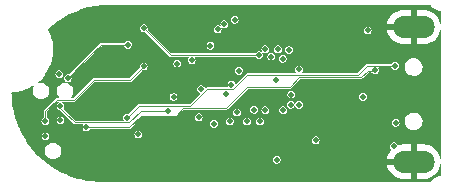
<source format=gbr>
%TF.GenerationSoftware,KiCad,Pcbnew,7.0.7*%
%TF.CreationDate,2024-01-11T13:54:05+01:00*%
%TF.ProjectId,ovrdrive,6f767264-7269-4766-952e-6b696361645f,rev?*%
%TF.SameCoordinates,Original*%
%TF.FileFunction,Copper,L3,Inr*%
%TF.FilePolarity,Positive*%
%FSLAX46Y46*%
G04 Gerber Fmt 4.6, Leading zero omitted, Abs format (unit mm)*
G04 Created by KiCad (PCBNEW 7.0.7) date 2024-01-11 13:54:05*
%MOMM*%
%LPD*%
G01*
G04 APERTURE LIST*
%TA.AperFunction,ComponentPad*%
%ADD10O,3.500000X1.900000*%
%TD*%
%TA.AperFunction,ViaPad*%
%ADD11C,0.460000*%
%TD*%
%TA.AperFunction,Conductor*%
%ADD12C,0.100000*%
%TD*%
G04 APERTURE END LIST*
D10*
%TO.N,GND*%
%TO.C,J1*%
X142100000Y-98500000D03*
X142100000Y-109900000D03*
%TD*%
D11*
%TO.N,+1V8*%
X131750000Y-104220000D03*
X127300000Y-102200000D03*
X128600000Y-105500000D03*
X131000000Y-101200000D03*
%TO.N,/SCK*%
X112200000Y-106400000D03*
X112100000Y-102500000D03*
%TO.N,/MOSI*%
X110930000Y-106470000D03*
X119243348Y-101843348D03*
%TO.N,/~{RST}*%
X112200000Y-105200000D03*
X121283771Y-105600000D03*
%TO.N,/INHIBIT*%
X117900000Y-100000000D03*
X112800000Y-102829500D03*
%TO.N,Net-(JP1-B)*%
X130500000Y-109750000D03*
%TO.N,/RB1*%
X131550000Y-100450000D03*
%TO.N,/RB0*%
X130050000Y-101010000D03*
%TO.N,/~{CE1}*%
X130450000Y-102950000D03*
%TO.N,/DQS*%
X129550000Y-105540500D03*
%TO.N,Net-(U2A-~{CE})*%
X122100000Y-101600000D03*
%TO.N,/~{CE3}*%
X131050000Y-105540500D03*
%TO.N,/~{CE2}*%
X131700000Y-105100000D03*
%TO.N,/~{RE}*%
X129550000Y-100400000D03*
%TO.N,/~{CE}*%
X119250000Y-98600000D03*
X128991864Y-100879856D03*
%TO.N,/~{WP}*%
X123900000Y-106150000D03*
%TO.N,/~{WE}*%
X125200000Y-106700000D03*
%TO.N,/ALE*%
X126550000Y-106500000D03*
%TO.N,/CLE*%
X127150000Y-105740500D03*
%TO.N,+3.3V*%
X128000000Y-106500000D03*
X130600000Y-100400000D03*
X140570500Y-106600000D03*
X132400000Y-102100000D03*
X129100000Y-106500000D03*
X123300000Y-101304500D03*
X132400000Y-105100000D03*
%TO.N,GND*%
X108900000Y-105600000D03*
X139600000Y-97400000D03*
X119800000Y-106500000D03*
X117600000Y-109800000D03*
X118200000Y-98400000D03*
X143600000Y-106600000D03*
X132350000Y-101200000D03*
X136500000Y-108600000D03*
X110200000Y-106000000D03*
X133000000Y-99000000D03*
X114600000Y-99200000D03*
X132500000Y-109000000D03*
X139750000Y-110950000D03*
X114100000Y-107900000D03*
X143600000Y-100400000D03*
X126950000Y-97150000D03*
X122550000Y-105950000D03*
X135500000Y-97050000D03*
X119900000Y-101300000D03*
X126400000Y-100400000D03*
X113030000Y-107950000D03*
X113350000Y-109800000D03*
X122100000Y-99400000D03*
X131000000Y-110600000D03*
X124600000Y-107400000D03*
X126300000Y-110800000D03*
X137000000Y-100400000D03*
X117600000Y-103800000D03*
%TO.N,+5V*%
X110930000Y-107740000D03*
X138200000Y-98800000D03*
X118800000Y-107600000D03*
X133800000Y-108095500D03*
%TO.N,/FD7*%
X126950000Y-97900000D03*
%TO.N,/FD6*%
X126072701Y-98279500D03*
%TO.N,/FD5*%
X125500000Y-98700000D03*
%TO.N,/FD4*%
X124900000Y-100100000D03*
%TO.N,/FD3*%
X126677375Y-103384648D03*
%TO.N,/FD2*%
X124104500Y-103764148D03*
%TO.N,/FD1*%
X121770207Y-104429793D03*
%TO.N,/FD0*%
X126204500Y-104150000D03*
%TO.N,VMEM*%
X140400000Y-108600000D03*
X137800000Y-104400000D03*
%TO.N,/IN1*%
X140520500Y-101800000D03*
X117845500Y-106200000D03*
%TO.N,/IN2*%
X138825627Y-102157685D03*
X114400000Y-107000000D03*
%TD*%
D12*
%TO.N,/MOSI*%
X110740000Y-106470000D02*
X110930000Y-106470000D01*
X110930000Y-106470000D02*
X110930000Y-105607402D01*
X119243348Y-101843348D02*
X118086696Y-103000000D01*
X115000000Y-103000000D02*
X116400000Y-103000000D01*
X111862102Y-104675300D02*
X113324700Y-104675300D01*
X110930000Y-105607402D02*
X111862102Y-104675300D01*
X113324700Y-104675300D02*
X115000000Y-103000000D01*
X118086696Y-103000000D02*
X116400000Y-103000000D01*
%TO.N,/~{RST}*%
X112605000Y-105795000D02*
X112070000Y-105260000D01*
X118982902Y-105600000D02*
X118002902Y-106580000D01*
X113390000Y-106580000D02*
X112605000Y-105795000D01*
X112200000Y-105390000D02*
X112200000Y-105200000D01*
X112605000Y-105795000D02*
X112200000Y-105390000D01*
X118002902Y-106580000D02*
X113390000Y-106580000D01*
X121283771Y-105600000D02*
X118982902Y-105600000D01*
%TO.N,/INHIBIT*%
X112800000Y-102800000D02*
X114700000Y-100900000D01*
X117900000Y-100000000D02*
X115600000Y-100000000D01*
X112800000Y-102829500D02*
X112800000Y-102800000D01*
X115600000Y-100000000D02*
X114700000Y-100900000D01*
%TO.N,/~{CE}*%
X121529856Y-100879856D02*
X119250000Y-98600000D01*
X128991864Y-100879856D02*
X121529856Y-100879856D01*
%TO.N,/IN1*%
X117845500Y-106200000D02*
X118845500Y-105200000D01*
X123207050Y-105200000D02*
X119800000Y-105200000D01*
X124642402Y-103764648D02*
X123207050Y-105200000D01*
X138000000Y-101950000D02*
X137380000Y-102570000D01*
X138150000Y-101800000D02*
X138172315Y-101777685D01*
X140498185Y-101777685D02*
X140520500Y-101800000D01*
X139577685Y-101777685D02*
X140498185Y-101777685D01*
X137380000Y-102570000D02*
X128029425Y-102570000D01*
X138000000Y-101950000D02*
X138150000Y-101800000D01*
X138172315Y-101777685D02*
X139577685Y-101777685D01*
X126834777Y-103764648D02*
X124642402Y-103764648D01*
X128029425Y-102570000D02*
X126834777Y-103764648D01*
X118845500Y-105200000D02*
X119800000Y-105200000D01*
%TO.N,/IN2*%
X132430000Y-102770000D02*
X137630000Y-102770000D01*
X114400000Y-107000000D02*
X118000000Y-107000000D01*
X137630000Y-102770000D02*
X138200000Y-102200000D01*
X118000000Y-107000000D02*
X119000000Y-106000000D01*
X126200000Y-105400000D02*
X128000000Y-103600000D01*
X121962598Y-106000000D02*
X122562598Y-105400000D01*
X131600000Y-103600000D02*
X132430000Y-102770000D01*
X128000000Y-103600000D02*
X131600000Y-103600000D01*
X122562598Y-105400000D02*
X126200000Y-105400000D01*
X138783312Y-102200000D02*
X138825627Y-102157685D01*
X138200000Y-102200000D02*
X138783312Y-102200000D01*
X119000000Y-106000000D02*
X121962598Y-106000000D01*
%TD*%
%TA.AperFunction,Conductor*%
%TO.N,GND*%
G36*
X143496587Y-96638571D02*
G01*
X143498948Y-96641105D01*
X143534545Y-96682142D01*
X143557533Y-96708643D01*
X143725459Y-96856897D01*
X143794975Y-96903538D01*
X143911470Y-96981700D01*
X144112322Y-97080875D01*
X144324501Y-97152687D01*
X144394379Y-97166368D01*
X144425623Y-97187109D01*
X144433963Y-97214455D01*
X144433963Y-98243065D01*
X144419611Y-98277713D01*
X144384963Y-98292065D01*
X144350315Y-98277713D01*
X144336631Y-98251130D01*
X144318229Y-98140853D01*
X144239774Y-97912323D01*
X144239770Y-97912313D01*
X144124777Y-97699825D01*
X144124768Y-97699811D01*
X143976364Y-97509141D01*
X143798588Y-97345488D01*
X143596313Y-97213335D01*
X143596307Y-97213331D01*
X143375036Y-97116273D01*
X143375037Y-97116273D01*
X143140801Y-97056956D01*
X142960303Y-97042000D01*
X142354000Y-97042000D01*
X142354000Y-98001000D01*
X142339648Y-98035648D01*
X142305000Y-98050000D01*
X141895000Y-98050000D01*
X141860352Y-98035648D01*
X141846000Y-98001000D01*
X141846000Y-97042000D01*
X141239697Y-97042000D01*
X141059198Y-97056956D01*
X140824963Y-97116273D01*
X140603692Y-97213331D01*
X140603686Y-97213335D01*
X140401411Y-97345488D01*
X140223635Y-97509141D01*
X140075231Y-97699811D01*
X140075222Y-97699825D01*
X139960229Y-97912313D01*
X139960225Y-97912323D01*
X139881770Y-98140853D01*
X139864225Y-98246000D01*
X140842162Y-98246000D01*
X140876810Y-98260352D01*
X140891162Y-98295000D01*
X140884597Y-98319497D01*
X140877371Y-98332013D01*
X140876376Y-98333738D01*
X140876374Y-98333744D01*
X140846190Y-98465988D01*
X140846190Y-98465991D01*
X140846190Y-98465992D01*
X140847561Y-98484282D01*
X140856326Y-98601260D01*
X140856326Y-98601262D01*
X140856327Y-98601265D01*
X140890014Y-98687099D01*
X140889314Y-98724594D01*
X140862304Y-98750613D01*
X140844402Y-98754000D01*
X139864225Y-98754000D01*
X139881770Y-98859146D01*
X139960225Y-99087676D01*
X139960229Y-99087686D01*
X140075222Y-99300174D01*
X140075231Y-99300188D01*
X140223635Y-99490858D01*
X140401411Y-99654511D01*
X140603686Y-99786664D01*
X140603692Y-99786668D01*
X140824963Y-99883726D01*
X140824962Y-99883726D01*
X141059198Y-99943043D01*
X141239697Y-99958000D01*
X141846000Y-99958000D01*
X141846000Y-98999000D01*
X141860352Y-98964352D01*
X141895000Y-98950000D01*
X142305000Y-98950000D01*
X142339648Y-98964352D01*
X142354000Y-98999000D01*
X142354000Y-99958000D01*
X142960303Y-99958000D01*
X143140801Y-99943043D01*
X143375036Y-99883726D01*
X143596307Y-99786668D01*
X143596313Y-99786664D01*
X143798588Y-99654511D01*
X143976364Y-99490858D01*
X144124768Y-99300188D01*
X144124777Y-99300174D01*
X144239770Y-99087686D01*
X144239774Y-99087676D01*
X144318229Y-98859146D01*
X144336631Y-98748869D01*
X144356490Y-98717056D01*
X144393028Y-98708602D01*
X144424841Y-98728461D01*
X144433963Y-98756934D01*
X144433963Y-109643065D01*
X144419611Y-109677713D01*
X144384963Y-109692065D01*
X144350315Y-109677713D01*
X144336631Y-109651130D01*
X144318229Y-109540853D01*
X144239774Y-109312323D01*
X144239770Y-109312313D01*
X144124777Y-109099825D01*
X144124768Y-109099811D01*
X143976364Y-108909141D01*
X143798588Y-108745488D01*
X143596313Y-108613335D01*
X143596307Y-108613331D01*
X143375036Y-108516273D01*
X143375037Y-108516273D01*
X143140801Y-108456956D01*
X142960303Y-108442000D01*
X142354000Y-108442000D01*
X142354000Y-109401000D01*
X142339648Y-109435648D01*
X142305000Y-109450000D01*
X141895000Y-109450000D01*
X141860352Y-109435648D01*
X141846000Y-109401000D01*
X141846000Y-108442000D01*
X141239697Y-108442000D01*
X141059198Y-108456956D01*
X140824962Y-108516273D01*
X140824958Y-108516274D01*
X140785418Y-108533618D01*
X140747923Y-108534393D01*
X140720863Y-108508427D01*
X140717482Y-108497260D01*
X140715359Y-108485219D01*
X140680608Y-108425029D01*
X140657084Y-108384283D01*
X140657082Y-108384280D01*
X140567799Y-108309364D01*
X140567797Y-108309363D01*
X140458276Y-108269500D01*
X140341724Y-108269500D01*
X140232202Y-108309363D01*
X140232200Y-108309364D01*
X140142917Y-108384280D01*
X140142915Y-108384283D01*
X140084641Y-108485216D01*
X140064402Y-108600000D01*
X140084641Y-108714783D01*
X140142915Y-108815716D01*
X140142917Y-108815719D01*
X140199551Y-108863240D01*
X140216868Y-108896505D01*
X140206722Y-108930872D01*
X140075231Y-109099811D01*
X140075222Y-109099825D01*
X139960229Y-109312313D01*
X139960225Y-109312323D01*
X139881770Y-109540853D01*
X139864225Y-109646000D01*
X140842162Y-109646000D01*
X140876810Y-109660352D01*
X140891162Y-109695000D01*
X140884597Y-109719497D01*
X140877371Y-109732013D01*
X140876376Y-109733738D01*
X140876374Y-109733744D01*
X140846190Y-109865988D01*
X140846190Y-109865991D01*
X140846190Y-109865992D01*
X140849474Y-109909820D01*
X140856326Y-110001260D01*
X140856326Y-110001262D01*
X140856327Y-110001265D01*
X140890014Y-110087099D01*
X140889314Y-110124594D01*
X140862304Y-110150613D01*
X140844402Y-110154000D01*
X139864225Y-110154000D01*
X139881770Y-110259146D01*
X139960225Y-110487676D01*
X139960229Y-110487686D01*
X140075222Y-110700174D01*
X140075231Y-110700188D01*
X140223635Y-110890858D01*
X140401411Y-111054511D01*
X140603686Y-111186664D01*
X140603692Y-111186668D01*
X140824963Y-111283726D01*
X140824962Y-111283726D01*
X141059198Y-111343043D01*
X141239697Y-111358000D01*
X141846000Y-111358000D01*
X141846000Y-110399000D01*
X141860352Y-110364352D01*
X141895000Y-110350000D01*
X142305000Y-110350000D01*
X142339648Y-110364352D01*
X142354000Y-110399000D01*
X142354000Y-111358000D01*
X142960303Y-111358000D01*
X143140801Y-111343043D01*
X143375036Y-111283726D01*
X143596307Y-111186668D01*
X143596313Y-111186664D01*
X143798588Y-111054511D01*
X143976364Y-110890858D01*
X144124768Y-110700188D01*
X144124777Y-110700174D01*
X144239770Y-110487686D01*
X144239774Y-110487676D01*
X144318229Y-110259146D01*
X144336631Y-110148869D01*
X144356490Y-110117056D01*
X144393028Y-110108602D01*
X144424841Y-110128461D01*
X144433963Y-110156934D01*
X144433963Y-111032991D01*
X144419611Y-111067639D01*
X144394378Y-111081078D01*
X144324505Y-111094758D01*
X144324503Y-111094758D01*
X144324501Y-111094759D01*
X144262504Y-111115741D01*
X144112321Y-111166568D01*
X143920811Y-111261128D01*
X143911472Y-111265739D01*
X143773957Y-111358000D01*
X143725451Y-111390543D01*
X143557531Y-111538785D01*
X143498939Y-111606328D01*
X143465393Y-111623096D01*
X143461925Y-111623219D01*
X115820682Y-111623219D01*
X115820286Y-111623055D01*
X115800049Y-111623218D01*
X115492131Y-111615139D01*
X115270947Y-111608975D01*
X115269320Y-111608876D01*
X114987240Y-111582172D01*
X114736744Y-111557283D01*
X114735201Y-111557080D01*
X114459219Y-111511823D01*
X114207508Y-111468541D01*
X114206058Y-111468246D01*
X113935205Y-111404631D01*
X113685747Y-111343178D01*
X113684394Y-111342803D01*
X113443322Y-111268536D01*
X113419271Y-111261127D01*
X113174004Y-111181806D01*
X113172752Y-111181363D01*
X112914266Y-111081998D01*
X112674786Y-110985224D01*
X112673637Y-110984726D01*
X112422787Y-110868114D01*
X112190451Y-110754364D01*
X112189408Y-110753822D01*
X111947278Y-110620506D01*
X111902046Y-110594214D01*
X111723372Y-110490356D01*
X111722474Y-110489806D01*
X111490068Y-110340363D01*
X111275454Y-110194234D01*
X111122572Y-110080500D01*
X111053423Y-110029058D01*
X110973313Y-109965716D01*
X110849692Y-109867970D01*
X110768776Y-109798735D01*
X110711819Y-109750000D01*
X130164402Y-109750000D01*
X130184641Y-109864783D01*
X130242915Y-109965716D01*
X130242917Y-109965719D01*
X130285280Y-110001265D01*
X130332201Y-110040636D01*
X130441724Y-110080500D01*
X130558276Y-110080500D01*
X130667799Y-110040636D01*
X130757083Y-109965718D01*
X130815359Y-109864781D01*
X130835598Y-109750000D01*
X130815359Y-109635219D01*
X130815358Y-109635217D01*
X130815358Y-109635216D01*
X130757084Y-109534283D01*
X130757082Y-109534280D01*
X130667799Y-109459364D01*
X130667797Y-109459363D01*
X130558276Y-109419500D01*
X130441724Y-109419500D01*
X130332202Y-109459363D01*
X130332200Y-109459364D01*
X130242917Y-109534280D01*
X130242915Y-109534283D01*
X130184641Y-109635216D01*
X130164402Y-109750000D01*
X110711819Y-109750000D01*
X110639454Y-109688081D01*
X110471506Y-109534640D01*
X110447680Y-109512872D01*
X110333665Y-109401000D01*
X110250222Y-109319126D01*
X110162183Y-109226359D01*
X110071380Y-109130680D01*
X110039201Y-109094485D01*
X110869200Y-109094485D01*
X110889418Y-109176515D01*
X110909638Y-109258547D01*
X110988155Y-109408150D01*
X110988157Y-109408154D01*
X110988162Y-109408162D01*
X111033522Y-109459363D01*
X111100207Y-109534636D01*
X111100212Y-109534640D01*
X111239269Y-109630624D01*
X111239268Y-109630624D01*
X111239271Y-109630625D01*
X111397261Y-109690543D01*
X111522915Y-109705800D01*
X111522919Y-109705800D01*
X111607081Y-109705800D01*
X111607085Y-109705800D01*
X111732739Y-109690543D01*
X111890729Y-109630625D01*
X112029789Y-109534639D01*
X112030105Y-109534283D01*
X112049073Y-109512872D01*
X112141838Y-109408162D01*
X112220362Y-109258546D01*
X112260800Y-109094485D01*
X112260800Y-108925515D01*
X112220362Y-108761454D01*
X112220361Y-108761452D01*
X112141844Y-108611849D01*
X112141843Y-108611847D01*
X112141838Y-108611838D01*
X112057175Y-108516273D01*
X112029792Y-108485363D01*
X112029787Y-108485359D01*
X111890730Y-108389375D01*
X111890731Y-108389375D01*
X111732740Y-108329457D01*
X111707608Y-108326405D01*
X111607085Y-108314200D01*
X111522915Y-108314200D01*
X111439145Y-108324371D01*
X111397259Y-108329457D01*
X111239269Y-108389375D01*
X111100212Y-108485359D01*
X111100207Y-108485363D01*
X110998650Y-108600000D01*
X110988162Y-108611838D01*
X110988160Y-108611841D01*
X110988155Y-108611849D01*
X110909638Y-108761452D01*
X110877797Y-108890636D01*
X110869200Y-108925515D01*
X110869200Y-109094485D01*
X110039201Y-109094485D01*
X109887565Y-108923925D01*
X109722635Y-108723279D01*
X109553266Y-108504407D01*
X109403108Y-108292626D01*
X109271000Y-108095499D01*
X133464402Y-108095499D01*
X133484641Y-108210283D01*
X133542915Y-108311216D01*
X133542917Y-108311219D01*
X133564653Y-108329457D01*
X133632201Y-108386136D01*
X133741724Y-108426000D01*
X133858276Y-108426000D01*
X133967799Y-108386136D01*
X134057083Y-108311218D01*
X134115359Y-108210281D01*
X134135598Y-108095500D01*
X134115359Y-107980719D01*
X134115358Y-107980717D01*
X134115358Y-107980716D01*
X134057084Y-107879783D01*
X134057082Y-107879780D01*
X133967799Y-107804864D01*
X133967797Y-107804863D01*
X133858276Y-107765000D01*
X133741724Y-107765000D01*
X133632202Y-107804863D01*
X133632200Y-107804864D01*
X133542917Y-107879780D01*
X133542915Y-107879783D01*
X133484641Y-107980716D01*
X133464402Y-108095499D01*
X109271000Y-108095499D01*
X109249276Y-108063084D01*
X109248684Y-108062156D01*
X109168777Y-107930500D01*
X109114338Y-107840806D01*
X109070705Y-107765000D01*
X109056315Y-107740000D01*
X110594402Y-107740000D01*
X110614641Y-107854783D01*
X110672915Y-107955716D01*
X110672917Y-107955719D01*
X110749825Y-108020251D01*
X110762201Y-108030636D01*
X110871724Y-108070500D01*
X110988276Y-108070500D01*
X111097799Y-108030636D01*
X111187083Y-107955718D01*
X111245359Y-107854781D01*
X111265598Y-107740000D01*
X111245359Y-107625219D01*
X111245358Y-107625217D01*
X111245358Y-107625216D01*
X111230799Y-107600000D01*
X118464402Y-107600000D01*
X118484641Y-107714783D01*
X118542915Y-107815716D01*
X118542917Y-107815719D01*
X118619263Y-107879780D01*
X118632201Y-107890636D01*
X118741724Y-107930500D01*
X118858276Y-107930500D01*
X118967799Y-107890636D01*
X119057083Y-107815718D01*
X119115359Y-107714781D01*
X119135598Y-107600000D01*
X119115359Y-107485219D01*
X119115358Y-107485217D01*
X119115358Y-107485216D01*
X119057084Y-107384283D01*
X119057082Y-107384280D01*
X118967799Y-107309364D01*
X118967797Y-107309363D01*
X118858276Y-107269500D01*
X118741724Y-107269500D01*
X118632202Y-107309363D01*
X118632200Y-107309364D01*
X118542917Y-107384280D01*
X118542915Y-107384283D01*
X118484641Y-107485216D01*
X118464402Y-107600000D01*
X111230799Y-107600000D01*
X111187084Y-107524283D01*
X111187082Y-107524280D01*
X111097799Y-107449364D01*
X111097797Y-107449363D01*
X110988276Y-107409500D01*
X110871724Y-107409500D01*
X110762202Y-107449363D01*
X110762200Y-107449364D01*
X110672917Y-107524280D01*
X110672915Y-107524283D01*
X110614641Y-107625216D01*
X110594402Y-107740000D01*
X109056315Y-107740000D01*
X108976430Y-107601209D01*
X108975893Y-107600221D01*
X108857762Y-107370095D01*
X108736400Y-107121477D01*
X108735899Y-107120382D01*
X108637949Y-106890635D01*
X108634580Y-106882733D01*
X108584965Y-106760635D01*
X108530320Y-106626158D01*
X108529881Y-106624988D01*
X108476490Y-106470001D01*
X110584191Y-106470001D01*
X110605064Y-106547903D01*
X110605172Y-106548090D01*
X110610989Y-106564076D01*
X110614640Y-106584780D01*
X110614641Y-106584783D01*
X110672915Y-106685716D01*
X110672917Y-106685719D01*
X110726286Y-106730500D01*
X110762201Y-106760636D01*
X110871724Y-106800500D01*
X110988276Y-106800500D01*
X111097799Y-106760636D01*
X111187083Y-106685718D01*
X111221455Y-106626184D01*
X111245358Y-106584783D01*
X111245358Y-106584782D01*
X111245359Y-106584781D01*
X111265598Y-106470000D01*
X111253255Y-106400000D01*
X111864402Y-106400000D01*
X111884641Y-106514783D01*
X111942915Y-106615716D01*
X111942917Y-106615719D01*
X111961384Y-106631214D01*
X112032201Y-106690636D01*
X112141724Y-106730500D01*
X112258276Y-106730500D01*
X112367799Y-106690636D01*
X112457083Y-106615718D01*
X112515359Y-106514781D01*
X112535598Y-106400000D01*
X112515359Y-106285219D01*
X112515358Y-106285217D01*
X112515358Y-106285216D01*
X112457084Y-106184283D01*
X112457082Y-106184280D01*
X112367799Y-106109364D01*
X112367797Y-106109363D01*
X112258276Y-106069500D01*
X112141724Y-106069500D01*
X112032202Y-106109363D01*
X112032200Y-106109364D01*
X111942917Y-106184280D01*
X111942915Y-106184283D01*
X111884641Y-106285216D01*
X111864402Y-106400000D01*
X111253255Y-106400000D01*
X111245359Y-106355219D01*
X111245358Y-106355217D01*
X111245358Y-106355216D01*
X111187084Y-106254283D01*
X111187082Y-106254280D01*
X111098003Y-106179534D01*
X111080686Y-106146269D01*
X111080500Y-106141998D01*
X111080500Y-105690037D01*
X111094852Y-105655389D01*
X111910089Y-104840152D01*
X111944737Y-104825800D01*
X111997162Y-104825800D01*
X112031810Y-104840152D01*
X112046162Y-104874800D01*
X112031810Y-104909448D01*
X112028658Y-104912336D01*
X111942919Y-104984278D01*
X111942915Y-104984283D01*
X111884641Y-105085216D01*
X111864402Y-105200000D01*
X111884641Y-105314783D01*
X111942915Y-105415716D01*
X111942917Y-105415719D01*
X112010548Y-105472467D01*
X112032201Y-105490636D01*
X112109405Y-105518736D01*
X112127292Y-105530132D01*
X112128986Y-105531826D01*
X112128988Y-105531827D01*
X112484570Y-105887409D01*
X113255065Y-106657904D01*
X113312096Y-106714935D01*
X113325678Y-106718573D01*
X113337491Y-106723466D01*
X113349673Y-106730500D01*
X113430327Y-106730501D01*
X113430329Y-106730500D01*
X114089097Y-106730500D01*
X114123745Y-106744852D01*
X114138097Y-106779500D01*
X114131532Y-106804000D01*
X114084641Y-106885216D01*
X114064402Y-107000000D01*
X114084641Y-107114783D01*
X114142915Y-107215716D01*
X114142917Y-107215719D01*
X114207012Y-107269500D01*
X114232201Y-107290636D01*
X114341724Y-107330500D01*
X114458276Y-107330500D01*
X114567799Y-107290636D01*
X114657083Y-107215718D01*
X114680591Y-107175000D01*
X114710345Y-107152170D01*
X114723027Y-107150500D01*
X118040327Y-107150500D01*
X118052501Y-107143469D01*
X118064319Y-107138574D01*
X118077904Y-107134935D01*
X118134935Y-107077905D01*
X118134935Y-107077903D01*
X118141824Y-107071015D01*
X118141826Y-107071011D01*
X118512837Y-106700000D01*
X124864402Y-106700000D01*
X124884641Y-106814783D01*
X124942915Y-106915716D01*
X124942917Y-106915719D01*
X124985224Y-106951218D01*
X125032201Y-106990636D01*
X125141724Y-107030500D01*
X125258276Y-107030500D01*
X125367799Y-106990636D01*
X125457083Y-106915718D01*
X125510391Y-106823386D01*
X125515358Y-106814783D01*
X125515358Y-106814782D01*
X125515359Y-106814781D01*
X125535598Y-106700000D01*
X125515359Y-106585219D01*
X125515358Y-106585217D01*
X125515358Y-106585216D01*
X125466158Y-106500000D01*
X126214402Y-106500000D01*
X126234641Y-106614783D01*
X126292915Y-106715716D01*
X126292917Y-106715719D01*
X126368930Y-106779500D01*
X126382201Y-106790636D01*
X126491724Y-106830500D01*
X126608276Y-106830500D01*
X126717799Y-106790636D01*
X126807083Y-106715718D01*
X126840462Y-106657904D01*
X126865358Y-106614783D01*
X126865358Y-106614782D01*
X126865359Y-106614781D01*
X126885598Y-106500000D01*
X127664402Y-106500000D01*
X127684641Y-106614783D01*
X127742915Y-106715716D01*
X127742917Y-106715719D01*
X127818930Y-106779500D01*
X127832201Y-106790636D01*
X127941724Y-106830500D01*
X128058276Y-106830500D01*
X128167799Y-106790636D01*
X128257083Y-106715718D01*
X128290462Y-106657904D01*
X128315358Y-106614783D01*
X128315358Y-106614782D01*
X128315359Y-106614781D01*
X128335598Y-106500000D01*
X128764402Y-106500000D01*
X128784641Y-106614783D01*
X128842915Y-106715716D01*
X128842917Y-106715719D01*
X128918930Y-106779500D01*
X128932201Y-106790636D01*
X129041724Y-106830500D01*
X129158276Y-106830500D01*
X129267799Y-106790636D01*
X129357083Y-106715718D01*
X129390462Y-106657904D01*
X129415358Y-106614783D01*
X129415358Y-106614782D01*
X129415359Y-106614781D01*
X129417965Y-106600000D01*
X140234902Y-106600000D01*
X140255141Y-106714783D01*
X140313415Y-106815716D01*
X140313417Y-106815719D01*
X140387408Y-106877804D01*
X140402701Y-106890636D01*
X140512224Y-106930500D01*
X140628776Y-106930500D01*
X140738299Y-106890636D01*
X140827583Y-106815718D01*
X140884745Y-106716710D01*
X140885858Y-106714783D01*
X140885858Y-106714782D01*
X140885859Y-106714781D01*
X140906098Y-106600000D01*
X140896212Y-106543935D01*
X141345669Y-106543935D01*
X141376135Y-106716711D01*
X141425218Y-106830500D01*
X141445624Y-106877806D01*
X141529623Y-106990635D01*
X141550390Y-107018530D01*
X141684786Y-107131302D01*
X141841567Y-107210040D01*
X142012279Y-107250500D01*
X142012280Y-107250500D01*
X142143705Y-107250500D01*
X142143709Y-107250500D01*
X142274255Y-107235241D01*
X142439117Y-107175237D01*
X142585696Y-107078830D01*
X142706092Y-106951218D01*
X142793812Y-106799281D01*
X142844130Y-106631210D01*
X142854331Y-106456065D01*
X142823865Y-106283289D01*
X142754377Y-106122196D01*
X142751042Y-106117717D01*
X142689625Y-106035219D01*
X142649610Y-105981470D01*
X142577747Y-105921170D01*
X142515214Y-105868698D01*
X142358434Y-105789960D01*
X142358432Y-105789959D01*
X142216066Y-105756218D01*
X142187721Y-105749500D01*
X142056291Y-105749500D01*
X141969260Y-105759672D01*
X141925743Y-105764759D01*
X141925742Y-105764760D01*
X141760883Y-105824762D01*
X141614305Y-105921169D01*
X141614299Y-105921173D01*
X141493912Y-106048776D01*
X141493907Y-106048783D01*
X141406189Y-106200716D01*
X141406185Y-106200725D01*
X141355871Y-106368785D01*
X141355869Y-106368792D01*
X141348228Y-106500000D01*
X141345669Y-106543935D01*
X140896212Y-106543935D01*
X140885859Y-106485219D01*
X140885858Y-106485217D01*
X140885858Y-106485216D01*
X140827584Y-106384283D01*
X140827582Y-106384280D01*
X140738299Y-106309364D01*
X140738297Y-106309363D01*
X140628776Y-106269500D01*
X140512224Y-106269500D01*
X140402702Y-106309363D01*
X140402700Y-106309364D01*
X140313417Y-106384280D01*
X140313415Y-106384283D01*
X140255141Y-106485216D01*
X140234902Y-106600000D01*
X129417965Y-106600000D01*
X129435598Y-106500000D01*
X129415359Y-106385219D01*
X129415358Y-106385217D01*
X129415358Y-106385216D01*
X129357084Y-106284283D01*
X129357082Y-106284280D01*
X129267799Y-106209364D01*
X129267797Y-106209363D01*
X129158276Y-106169500D01*
X129041724Y-106169500D01*
X128932202Y-106209363D01*
X128932200Y-106209364D01*
X128842917Y-106284280D01*
X128842915Y-106284283D01*
X128784641Y-106385216D01*
X128764402Y-106500000D01*
X128335598Y-106500000D01*
X128315359Y-106385219D01*
X128315358Y-106385217D01*
X128315358Y-106385216D01*
X128257084Y-106284283D01*
X128257082Y-106284280D01*
X128167799Y-106209364D01*
X128167797Y-106209363D01*
X128058276Y-106169500D01*
X127941724Y-106169500D01*
X127832202Y-106209363D01*
X127832200Y-106209364D01*
X127742917Y-106284280D01*
X127742915Y-106284283D01*
X127684641Y-106385216D01*
X127664402Y-106500000D01*
X126885598Y-106500000D01*
X126865359Y-106385219D01*
X126865358Y-106385217D01*
X126865358Y-106385216D01*
X126807084Y-106284283D01*
X126807082Y-106284280D01*
X126717799Y-106209364D01*
X126717797Y-106209363D01*
X126608276Y-106169500D01*
X126491724Y-106169500D01*
X126382202Y-106209363D01*
X126382200Y-106209364D01*
X126292917Y-106284280D01*
X126292915Y-106284283D01*
X126234641Y-106385216D01*
X126214402Y-106500000D01*
X125466158Y-106500000D01*
X125457084Y-106484283D01*
X125457082Y-106484280D01*
X125367799Y-106409364D01*
X125367797Y-106409363D01*
X125258276Y-106369500D01*
X125141724Y-106369500D01*
X125032202Y-106409363D01*
X125032200Y-106409364D01*
X124942917Y-106484280D01*
X124942915Y-106484283D01*
X124884641Y-106585216D01*
X124864402Y-106700000D01*
X118512837Y-106700000D01*
X119047986Y-106164852D01*
X119082635Y-106150500D01*
X122002925Y-106150500D01*
X122003791Y-106150000D01*
X123564402Y-106150000D01*
X123584641Y-106264783D01*
X123642915Y-106365716D01*
X123642917Y-106365719D01*
X123702505Y-106415718D01*
X123732201Y-106440636D01*
X123841724Y-106480500D01*
X123958276Y-106480500D01*
X124067799Y-106440636D01*
X124157083Y-106365718D01*
X124204673Y-106283289D01*
X124215358Y-106264783D01*
X124215358Y-106264782D01*
X124215359Y-106264781D01*
X124235598Y-106150000D01*
X124215359Y-106035219D01*
X124215358Y-106035217D01*
X124215358Y-106035216D01*
X124157084Y-105934283D01*
X124157082Y-105934280D01*
X124067799Y-105859364D01*
X124067797Y-105859363D01*
X123958276Y-105819500D01*
X123841724Y-105819500D01*
X123732202Y-105859363D01*
X123732200Y-105859364D01*
X123642917Y-105934280D01*
X123642915Y-105934283D01*
X123584641Y-106035216D01*
X123564402Y-106150000D01*
X122003791Y-106150000D01*
X122015099Y-106143469D01*
X122026917Y-106138574D01*
X122040502Y-106134935D01*
X122097533Y-106077905D01*
X122097533Y-106077903D01*
X122104422Y-106071015D01*
X122104424Y-106071011D01*
X122434936Y-105740500D01*
X126814402Y-105740500D01*
X126834641Y-105855283D01*
X126892915Y-105956216D01*
X126892917Y-105956219D01*
X126969825Y-106020751D01*
X126982201Y-106031136D01*
X127091724Y-106071000D01*
X127208276Y-106071000D01*
X127317799Y-106031136D01*
X127407083Y-105956218D01*
X127457613Y-105868698D01*
X127465358Y-105855283D01*
X127465358Y-105855282D01*
X127465359Y-105855281D01*
X127485598Y-105740500D01*
X127465359Y-105625719D01*
X127465358Y-105625717D01*
X127465358Y-105625716D01*
X127407084Y-105524783D01*
X127407082Y-105524780D01*
X127377550Y-105500000D01*
X128264402Y-105500000D01*
X128284641Y-105614783D01*
X128342915Y-105715716D01*
X128342917Y-105715719D01*
X128419825Y-105780251D01*
X128432201Y-105790636D01*
X128541724Y-105830500D01*
X128658276Y-105830500D01*
X128767799Y-105790636D01*
X128857083Y-105715718D01*
X128891976Y-105655281D01*
X128915358Y-105614783D01*
X128915358Y-105614782D01*
X128915359Y-105614781D01*
X128928457Y-105540500D01*
X129214402Y-105540500D01*
X129234641Y-105655283D01*
X129292915Y-105756216D01*
X129292917Y-105756219D01*
X129368334Y-105819500D01*
X129382201Y-105831136D01*
X129491724Y-105871000D01*
X129608276Y-105871000D01*
X129717799Y-105831136D01*
X129807083Y-105756218D01*
X129845293Y-105690037D01*
X129865358Y-105655283D01*
X129865358Y-105655282D01*
X129865359Y-105655281D01*
X129885598Y-105540500D01*
X130714402Y-105540500D01*
X130734641Y-105655283D01*
X130792915Y-105756216D01*
X130792917Y-105756219D01*
X130868334Y-105819500D01*
X130882201Y-105831136D01*
X130991724Y-105871000D01*
X131108276Y-105871000D01*
X131217799Y-105831136D01*
X131307083Y-105756218D01*
X131345293Y-105690037D01*
X131365358Y-105655283D01*
X131365358Y-105655282D01*
X131365359Y-105655281D01*
X131385598Y-105540500D01*
X131365359Y-105425719D01*
X131365358Y-105425717D01*
X131365358Y-105425716D01*
X131307084Y-105324783D01*
X131307082Y-105324780D01*
X131217799Y-105249864D01*
X131217797Y-105249863D01*
X131108276Y-105210000D01*
X130991724Y-105210000D01*
X130882202Y-105249863D01*
X130882200Y-105249864D01*
X130792917Y-105324780D01*
X130792915Y-105324783D01*
X130734641Y-105425716D01*
X130714402Y-105540500D01*
X129885598Y-105540500D01*
X129865359Y-105425719D01*
X129865358Y-105425717D01*
X129865358Y-105425716D01*
X129807084Y-105324783D01*
X129807082Y-105324780D01*
X129717799Y-105249864D01*
X129717797Y-105249863D01*
X129608276Y-105210000D01*
X129491724Y-105210000D01*
X129382202Y-105249863D01*
X129382200Y-105249864D01*
X129292917Y-105324780D01*
X129292915Y-105324783D01*
X129234641Y-105425716D01*
X129214402Y-105540500D01*
X128928457Y-105540500D01*
X128935598Y-105500000D01*
X128915359Y-105385219D01*
X128915358Y-105385217D01*
X128915358Y-105385216D01*
X128857084Y-105284283D01*
X128857082Y-105284280D01*
X128767799Y-105209364D01*
X128767797Y-105209363D01*
X128658276Y-105169500D01*
X128541724Y-105169500D01*
X128432202Y-105209363D01*
X128432200Y-105209364D01*
X128342917Y-105284280D01*
X128342915Y-105284283D01*
X128284641Y-105385216D01*
X128264402Y-105500000D01*
X127377550Y-105500000D01*
X127317799Y-105449864D01*
X127317797Y-105449863D01*
X127208276Y-105410000D01*
X127091724Y-105410000D01*
X126982202Y-105449863D01*
X126982200Y-105449864D01*
X126892917Y-105524780D01*
X126892915Y-105524783D01*
X126834641Y-105625716D01*
X126814402Y-105740500D01*
X122434936Y-105740500D01*
X122610584Y-105564852D01*
X122645233Y-105550500D01*
X126240327Y-105550500D01*
X126252501Y-105543469D01*
X126264319Y-105538574D01*
X126277904Y-105534935D01*
X126334935Y-105477905D01*
X126334935Y-105477903D01*
X126341824Y-105471015D01*
X126341826Y-105471011D01*
X126712837Y-105100000D01*
X131364402Y-105100000D01*
X131384641Y-105214783D01*
X131442915Y-105315716D01*
X131442917Y-105315719D01*
X131506579Y-105369137D01*
X131532201Y-105390636D01*
X131641724Y-105430500D01*
X131758276Y-105430500D01*
X131867799Y-105390636D01*
X131957083Y-105315718D01*
X132007565Y-105228280D01*
X132037316Y-105205451D01*
X132074498Y-105210345D01*
X132092434Y-105228281D01*
X132142915Y-105315716D01*
X132142917Y-105315719D01*
X132206579Y-105369137D01*
X132232201Y-105390636D01*
X132341724Y-105430500D01*
X132458276Y-105430500D01*
X132567799Y-105390636D01*
X132657083Y-105315718D01*
X132715359Y-105214781D01*
X132735598Y-105100000D01*
X132715359Y-104985219D01*
X132715358Y-104985217D01*
X132715358Y-104985216D01*
X132657084Y-104884283D01*
X132657082Y-104884280D01*
X132567799Y-104809364D01*
X132567797Y-104809363D01*
X132458276Y-104769500D01*
X132341724Y-104769500D01*
X132232202Y-104809363D01*
X132232200Y-104809364D01*
X132142917Y-104884280D01*
X132142915Y-104884283D01*
X132092434Y-104971718D01*
X132062681Y-104994548D01*
X132025499Y-104989653D01*
X132007564Y-104971718D01*
X131957084Y-104884283D01*
X131957082Y-104884280D01*
X131867799Y-104809364D01*
X131867797Y-104809363D01*
X131758276Y-104769500D01*
X131641724Y-104769500D01*
X131532202Y-104809363D01*
X131532200Y-104809364D01*
X131442917Y-104884280D01*
X131442915Y-104884283D01*
X131384641Y-104985216D01*
X131364402Y-105100000D01*
X126712837Y-105100000D01*
X127592838Y-104220000D01*
X131414402Y-104220000D01*
X131434641Y-104334783D01*
X131492915Y-104435716D01*
X131492917Y-104435719D01*
X131515467Y-104454640D01*
X131582201Y-104510636D01*
X131691724Y-104550500D01*
X131808276Y-104550500D01*
X131917799Y-104510636D01*
X132007083Y-104435718D01*
X132027705Y-104400000D01*
X137464402Y-104400000D01*
X137484641Y-104514783D01*
X137542915Y-104615716D01*
X137542917Y-104615719D01*
X137578424Y-104645512D01*
X137632201Y-104690636D01*
X137741724Y-104730500D01*
X137858276Y-104730500D01*
X137967799Y-104690636D01*
X138057083Y-104615718D01*
X138086221Y-104565249D01*
X138115358Y-104514783D01*
X138115358Y-104514782D01*
X138115359Y-104514781D01*
X138135598Y-104400000D01*
X138115359Y-104285219D01*
X138115358Y-104285217D01*
X138115358Y-104285216D01*
X138057084Y-104184283D01*
X138057082Y-104184280D01*
X137967799Y-104109364D01*
X137967797Y-104109363D01*
X137858276Y-104069500D01*
X137741724Y-104069500D01*
X137632202Y-104109363D01*
X137632200Y-104109364D01*
X137542917Y-104184280D01*
X137542915Y-104184283D01*
X137484641Y-104285216D01*
X137464402Y-104400000D01*
X132027705Y-104400000D01*
X132065359Y-104334781D01*
X132085598Y-104220000D01*
X132065359Y-104105219D01*
X132065358Y-104105217D01*
X132065358Y-104105216D01*
X132007084Y-104004283D01*
X132007082Y-104004280D01*
X131917799Y-103929364D01*
X131917797Y-103929363D01*
X131808276Y-103889500D01*
X131691724Y-103889500D01*
X131582202Y-103929363D01*
X131582200Y-103929364D01*
X131492917Y-104004280D01*
X131492915Y-104004283D01*
X131434641Y-104105216D01*
X131414402Y-104220000D01*
X127592838Y-104220000D01*
X128047986Y-103764852D01*
X128082635Y-103750500D01*
X131640327Y-103750500D01*
X131652501Y-103743469D01*
X131664319Y-103738574D01*
X131677904Y-103734935D01*
X131734935Y-103677905D01*
X131734935Y-103677903D01*
X131741824Y-103671015D01*
X131741826Y-103671011D01*
X132477986Y-102934852D01*
X132512635Y-102920500D01*
X137670327Y-102920500D01*
X137682501Y-102913469D01*
X137694319Y-102908574D01*
X137707904Y-102904935D01*
X137764935Y-102847905D01*
X137764935Y-102847903D01*
X137771824Y-102841015D01*
X137771826Y-102841011D01*
X138247986Y-102364852D01*
X138282635Y-102350500D01*
X138527030Y-102350500D01*
X138561678Y-102364852D01*
X138565747Y-102370154D01*
X138565789Y-102370120D01*
X138568544Y-102373404D01*
X138635703Y-102429756D01*
X138657828Y-102448321D01*
X138767351Y-102488185D01*
X138883903Y-102488185D01*
X138993426Y-102448321D01*
X139082710Y-102373403D01*
X139116555Y-102314781D01*
X139140985Y-102272468D01*
X139140985Y-102272467D01*
X139140986Y-102272466D01*
X139161225Y-102157685D01*
X139140986Y-102042904D01*
X139140985Y-102042902D01*
X139140985Y-102042901D01*
X139117189Y-102001685D01*
X139112294Y-101964502D01*
X139135124Y-101934750D01*
X139159624Y-101928185D01*
X139557871Y-101928185D01*
X140184590Y-101928185D01*
X140219238Y-101942537D01*
X140227025Y-101952685D01*
X140263415Y-102015716D01*
X140263417Y-102015719D01*
X140340325Y-102080251D01*
X140352701Y-102090636D01*
X140462224Y-102130500D01*
X140578776Y-102130500D01*
X140688299Y-102090636D01*
X140777583Y-102015718D01*
X140819027Y-101943935D01*
X141345669Y-101943935D01*
X141376135Y-102116711D01*
X141443321Y-102272468D01*
X141445624Y-102277806D01*
X141525591Y-102385219D01*
X141550390Y-102418530D01*
X141684786Y-102531302D01*
X141841567Y-102610040D01*
X142012279Y-102650500D01*
X142012280Y-102650500D01*
X142143705Y-102650500D01*
X142143709Y-102650500D01*
X142274255Y-102635241D01*
X142439117Y-102575237D01*
X142585696Y-102478830D01*
X142706092Y-102351218D01*
X142793812Y-102199281D01*
X142844130Y-102031210D01*
X142854331Y-101856065D01*
X142823865Y-101683289D01*
X142754377Y-101522196D01*
X142752904Y-101520218D01*
X142677759Y-101419281D01*
X142649610Y-101381470D01*
X142577747Y-101321170D01*
X142515214Y-101268698D01*
X142358434Y-101189960D01*
X142358432Y-101189959D01*
X142228180Y-101159089D01*
X142187721Y-101149500D01*
X142056291Y-101149500D01*
X141969260Y-101159672D01*
X141925743Y-101164759D01*
X141925742Y-101164760D01*
X141760883Y-101224762D01*
X141614305Y-101321169D01*
X141614299Y-101321173D01*
X141493912Y-101448776D01*
X141493907Y-101448783D01*
X141406189Y-101600716D01*
X141406185Y-101600725D01*
X141355871Y-101768785D01*
X141355869Y-101768792D01*
X141345750Y-101942536D01*
X141345669Y-101943935D01*
X140819027Y-101943935D01*
X140835859Y-101914781D01*
X140856098Y-101800000D01*
X140835859Y-101685219D01*
X140835858Y-101685217D01*
X140835858Y-101685216D01*
X140777584Y-101584283D01*
X140777582Y-101584280D01*
X140688299Y-101509364D01*
X140688297Y-101509363D01*
X140578776Y-101469500D01*
X140462224Y-101469500D01*
X140352702Y-101509363D01*
X140352700Y-101509364D01*
X140263417Y-101584280D01*
X140263417Y-101584281D01*
X140263416Y-101584283D01*
X140253757Y-101601015D01*
X140252793Y-101602684D01*
X140223040Y-101625515D01*
X140210357Y-101627185D01*
X138131986Y-101627185D01*
X138119809Y-101634216D01*
X138107993Y-101639110D01*
X138094413Y-101642748D01*
X138094412Y-101642749D01*
X138037380Y-101699780D01*
X138037379Y-101699781D01*
X137907591Y-101829570D01*
X137332013Y-102405148D01*
X137297365Y-102419500D01*
X132668028Y-102419500D01*
X132633380Y-102405148D01*
X132619028Y-102370500D01*
X132633380Y-102335852D01*
X132636531Y-102332964D01*
X132657082Y-102315719D01*
X132657084Y-102315716D01*
X132678972Y-102277806D01*
X132715359Y-102214781D01*
X132735598Y-102100000D01*
X132715359Y-101985219D01*
X132715358Y-101985217D01*
X132715358Y-101985216D01*
X132657084Y-101884283D01*
X132657082Y-101884280D01*
X132567799Y-101809364D01*
X132567797Y-101809363D01*
X132458276Y-101769500D01*
X132341724Y-101769500D01*
X132232202Y-101809363D01*
X132232200Y-101809364D01*
X132142917Y-101884280D01*
X132142915Y-101884283D01*
X132084641Y-101985216D01*
X132064402Y-102100000D01*
X132084641Y-102214783D01*
X132142915Y-102315716D01*
X132142917Y-102315719D01*
X132163469Y-102332964D01*
X132180786Y-102366230D01*
X132169508Y-102401997D01*
X132136242Y-102419314D01*
X132131972Y-102419500D01*
X127989096Y-102419500D01*
X127976919Y-102426531D01*
X127965103Y-102431425D01*
X127951523Y-102435063D01*
X127951522Y-102435064D01*
X127894490Y-102492095D01*
X127894489Y-102492096D01*
X127077876Y-103308708D01*
X127043228Y-103323060D01*
X127008580Y-103308708D01*
X126994973Y-103282569D01*
X126992734Y-103269867D01*
X126992732Y-103269864D01*
X126934459Y-103168931D01*
X126934457Y-103168928D01*
X126845174Y-103094012D01*
X126845172Y-103094011D01*
X126735651Y-103054148D01*
X126619099Y-103054148D01*
X126509577Y-103094011D01*
X126509575Y-103094012D01*
X126420292Y-103168928D01*
X126420290Y-103168931D01*
X126362016Y-103269864D01*
X126341777Y-103384648D01*
X126362016Y-103499431D01*
X126385813Y-103540648D01*
X126390708Y-103577831D01*
X126367878Y-103607583D01*
X126343378Y-103614148D01*
X124602073Y-103614148D01*
X124589896Y-103621179D01*
X124578080Y-103626073D01*
X124564500Y-103629711D01*
X124564499Y-103629712D01*
X124507467Y-103686743D01*
X124505144Y-103689066D01*
X124470492Y-103703410D01*
X124435847Y-103689051D01*
X124422248Y-103662918D01*
X124419859Y-103649367D01*
X124403585Y-103621179D01*
X124361584Y-103548431D01*
X124361582Y-103548428D01*
X124272299Y-103473512D01*
X124272297Y-103473511D01*
X124162776Y-103433648D01*
X124046224Y-103433648D01*
X123936702Y-103473511D01*
X123936700Y-103473512D01*
X123847417Y-103548428D01*
X123847415Y-103548431D01*
X123789141Y-103649364D01*
X123768902Y-103764148D01*
X123789141Y-103878931D01*
X123847415Y-103979864D01*
X123847417Y-103979867D01*
X123888673Y-104014484D01*
X123936701Y-104054784D01*
X124013055Y-104082575D01*
X124040704Y-104107910D01*
X124042340Y-104145378D01*
X124030943Y-104163267D01*
X123159063Y-105035148D01*
X123124415Y-105049500D01*
X118805171Y-105049500D01*
X118792994Y-105056531D01*
X118781178Y-105061425D01*
X118767598Y-105065063D01*
X118767597Y-105065064D01*
X118710565Y-105122095D01*
X118710564Y-105122096D01*
X117969386Y-105863273D01*
X117934738Y-105877625D01*
X117917982Y-105874670D01*
X117903776Y-105869500D01*
X117787224Y-105869500D01*
X117677702Y-105909363D01*
X117677700Y-105909364D01*
X117588417Y-105984280D01*
X117588415Y-105984283D01*
X117530141Y-106085216D01*
X117509902Y-106200000D01*
X117530141Y-106314783D01*
X117553938Y-106356000D01*
X117558833Y-106393183D01*
X117536003Y-106422935D01*
X117511503Y-106429500D01*
X113472635Y-106429500D01*
X113437987Y-106415148D01*
X112690518Y-105667679D01*
X112690515Y-105667677D01*
X112476888Y-105454049D01*
X112462536Y-105419401D01*
X112469100Y-105394903D01*
X112515359Y-105314781D01*
X112535598Y-105200000D01*
X112515359Y-105085219D01*
X112515358Y-105085217D01*
X112515358Y-105085216D01*
X112457084Y-104984283D01*
X112457080Y-104984278D01*
X112371342Y-104912336D01*
X112354024Y-104879071D01*
X112365302Y-104843304D01*
X112398567Y-104825986D01*
X112402838Y-104825800D01*
X113365027Y-104825800D01*
X113377201Y-104818769D01*
X113389019Y-104813874D01*
X113402604Y-104810235D01*
X113459635Y-104753205D01*
X113459635Y-104753203D01*
X113466524Y-104746315D01*
X113466526Y-104746311D01*
X113783044Y-104429793D01*
X121434609Y-104429793D01*
X121454848Y-104544576D01*
X121513122Y-104645509D01*
X121513124Y-104645512D01*
X121566902Y-104690636D01*
X121602408Y-104720429D01*
X121711931Y-104760293D01*
X121828483Y-104760293D01*
X121938006Y-104720429D01*
X122027290Y-104645511D01*
X122056427Y-104595042D01*
X122085565Y-104544576D01*
X122085565Y-104544575D01*
X122085566Y-104544574D01*
X122105805Y-104429793D01*
X122085566Y-104315012D01*
X122085565Y-104315010D01*
X122085565Y-104315009D01*
X122027291Y-104214076D01*
X122027289Y-104214073D01*
X121938006Y-104139157D01*
X121938004Y-104139156D01*
X121828483Y-104099293D01*
X121711931Y-104099293D01*
X121602409Y-104139156D01*
X121602407Y-104139157D01*
X121513124Y-104214073D01*
X121513122Y-104214076D01*
X121454848Y-104315009D01*
X121434609Y-104429793D01*
X113783044Y-104429793D01*
X115047986Y-103164852D01*
X115082635Y-103150500D01*
X118127023Y-103150500D01*
X118139197Y-103143469D01*
X118151015Y-103138574D01*
X118164600Y-103134935D01*
X118221631Y-103077905D01*
X118221631Y-103077903D01*
X118228520Y-103071015D01*
X118228522Y-103071011D01*
X119099533Y-102200000D01*
X126964402Y-102200000D01*
X126984641Y-102314783D01*
X127042915Y-102415716D01*
X127042917Y-102415719D01*
X127118126Y-102478826D01*
X127132201Y-102490636D01*
X127241724Y-102530500D01*
X127358276Y-102530500D01*
X127467799Y-102490636D01*
X127552576Y-102419500D01*
X127557082Y-102415719D01*
X127557084Y-102415716D01*
X127563186Y-102405148D01*
X127604861Y-102332964D01*
X127615358Y-102314783D01*
X127615358Y-102314782D01*
X127615359Y-102314781D01*
X127635598Y-102200000D01*
X127615359Y-102085219D01*
X127615358Y-102085217D01*
X127615358Y-102085216D01*
X127557084Y-101984283D01*
X127557082Y-101984280D01*
X127467799Y-101909364D01*
X127467797Y-101909363D01*
X127358276Y-101869500D01*
X127241724Y-101869500D01*
X127132202Y-101909363D01*
X127132200Y-101909364D01*
X127042917Y-101984280D01*
X127042915Y-101984283D01*
X126984641Y-102085216D01*
X126964402Y-102200000D01*
X119099533Y-102200000D01*
X119119460Y-102180073D01*
X119154107Y-102165722D01*
X119170862Y-102168676D01*
X119185072Y-102173848D01*
X119185073Y-102173848D01*
X119301624Y-102173848D01*
X119411147Y-102133984D01*
X119500431Y-102059066D01*
X119558707Y-101958129D01*
X119578946Y-101843348D01*
X119558707Y-101728567D01*
X119558706Y-101728565D01*
X119558706Y-101728564D01*
X119500432Y-101627631D01*
X119500430Y-101627628D01*
X119467504Y-101600000D01*
X121764402Y-101600000D01*
X121784641Y-101714783D01*
X121842915Y-101815716D01*
X121842917Y-101815719D01*
X121891004Y-101856068D01*
X121932201Y-101890636D01*
X122041724Y-101930500D01*
X122158276Y-101930500D01*
X122267799Y-101890636D01*
X122357083Y-101815718D01*
X122415359Y-101714781D01*
X122435598Y-101600000D01*
X122415359Y-101485219D01*
X122415358Y-101485217D01*
X122415358Y-101485216D01*
X122357084Y-101384283D01*
X122357082Y-101384280D01*
X122267799Y-101309364D01*
X122267797Y-101309363D01*
X122158276Y-101269500D01*
X122041724Y-101269500D01*
X121932202Y-101309363D01*
X121932200Y-101309364D01*
X121842917Y-101384280D01*
X121842915Y-101384283D01*
X121784641Y-101485216D01*
X121764402Y-101600000D01*
X119467504Y-101600000D01*
X119411147Y-101552712D01*
X119411145Y-101552711D01*
X119301624Y-101512848D01*
X119185072Y-101512848D01*
X119075550Y-101552711D01*
X119075548Y-101552712D01*
X118986265Y-101627628D01*
X118986263Y-101627631D01*
X118927989Y-101728564D01*
X118907750Y-101843348D01*
X118921721Y-101922586D01*
X118913603Y-101959200D01*
X118908113Y-101965742D01*
X118038709Y-102835148D01*
X118004061Y-102849500D01*
X114959671Y-102849500D01*
X114947494Y-102856531D01*
X114935678Y-102861425D01*
X114922098Y-102865063D01*
X114922097Y-102865064D01*
X114865065Y-102922095D01*
X114865064Y-102922096D01*
X113276713Y-104510448D01*
X113242065Y-104524800D01*
X113092506Y-104524800D01*
X113057858Y-104510448D01*
X113043506Y-104475800D01*
X113055829Y-104443307D01*
X113094195Y-104400000D01*
X113157838Y-104328162D01*
X113236362Y-104178546D01*
X113276800Y-104014485D01*
X113276800Y-103845515D01*
X113236362Y-103681454D01*
X113219520Y-103649364D01*
X113157844Y-103531849D01*
X113157843Y-103531847D01*
X113157838Y-103531838D01*
X113098680Y-103465063D01*
X113045792Y-103405363D01*
X113045787Y-103405359D01*
X112906730Y-103309375D01*
X112906731Y-103309375D01*
X112789378Y-103264869D01*
X112762868Y-103254815D01*
X112735562Y-103229110D01*
X112734429Y-103191624D01*
X112760135Y-103164317D01*
X112780245Y-103160000D01*
X112858276Y-103160000D01*
X112967799Y-103120136D01*
X113057083Y-103045218D01*
X113115359Y-102944281D01*
X113135598Y-102829500D01*
X113117203Y-102725180D01*
X113125320Y-102688569D01*
X113130805Y-102682032D01*
X114820430Y-100992409D01*
X114820430Y-100992408D01*
X115647986Y-100164852D01*
X115682635Y-100150500D01*
X117576973Y-100150500D01*
X117611621Y-100164852D01*
X117619408Y-100175000D01*
X117642915Y-100215716D01*
X117642917Y-100215719D01*
X117719825Y-100280251D01*
X117732201Y-100290636D01*
X117841724Y-100330500D01*
X117958276Y-100330500D01*
X118067799Y-100290636D01*
X118157083Y-100215718D01*
X118194737Y-100150500D01*
X118215358Y-100114783D01*
X118215358Y-100114782D01*
X118215359Y-100114781D01*
X118235598Y-100000000D01*
X118215359Y-99885219D01*
X118215358Y-99885217D01*
X118215358Y-99885216D01*
X118157084Y-99784283D01*
X118157082Y-99784280D01*
X118067799Y-99709364D01*
X118067797Y-99709363D01*
X117958276Y-99669500D01*
X117841724Y-99669500D01*
X117732202Y-99709363D01*
X117732200Y-99709364D01*
X117642917Y-99784280D01*
X117642915Y-99784283D01*
X117619408Y-99825000D01*
X117589655Y-99847830D01*
X117576973Y-99849500D01*
X115559671Y-99849500D01*
X115547494Y-99856531D01*
X115535678Y-99861425D01*
X115522098Y-99865063D01*
X115522097Y-99865064D01*
X115465065Y-99922095D01*
X114584439Y-100802721D01*
X112901717Y-102485442D01*
X112867069Y-102499794D01*
X112858566Y-102499051D01*
X112858277Y-102499000D01*
X112858276Y-102499000D01*
X112741724Y-102499000D01*
X112632202Y-102538863D01*
X112632200Y-102538864D01*
X112542917Y-102613780D01*
X112542915Y-102613783D01*
X112484641Y-102714716D01*
X112464402Y-102829500D01*
X112484641Y-102944283D01*
X112542915Y-103045216D01*
X112542917Y-103045219D01*
X112619825Y-103109751D01*
X112632201Y-103120136D01*
X112705302Y-103146743D01*
X112732952Y-103172080D01*
X112734588Y-103209547D01*
X112709251Y-103237197D01*
X112682637Y-103241430D01*
X112623085Y-103234200D01*
X112538915Y-103234200D01*
X112455145Y-103244371D01*
X112413259Y-103249457D01*
X112255269Y-103309375D01*
X112116212Y-103405359D01*
X112116207Y-103405363D01*
X112043721Y-103487185D01*
X112004162Y-103531838D01*
X112004160Y-103531841D01*
X112004155Y-103531849D01*
X111925638Y-103681452D01*
X111910352Y-103743471D01*
X111885200Y-103845515D01*
X111885200Y-104014485D01*
X111890310Y-104035216D01*
X111925638Y-104178547D01*
X112004155Y-104328150D01*
X112004157Y-104328154D01*
X112004162Y-104328162D01*
X112037434Y-104365718D01*
X112106171Y-104443307D01*
X112118405Y-104478759D01*
X112101987Y-104512477D01*
X112069494Y-104524800D01*
X111821773Y-104524800D01*
X111809596Y-104531831D01*
X111797780Y-104536725D01*
X111784200Y-104540363D01*
X111784199Y-104540364D01*
X111727167Y-104597395D01*
X111727166Y-104597396D01*
X110852096Y-105472467D01*
X110795064Y-105529498D01*
X110795064Y-105529499D01*
X110791425Y-105543080D01*
X110786531Y-105554896D01*
X110779500Y-105567073D01*
X110779499Y-105567076D01*
X110779499Y-106142000D01*
X110765147Y-106176648D01*
X110761995Y-106179536D01*
X110672919Y-106254278D01*
X110672915Y-106254283D01*
X110614641Y-106355216D01*
X110614640Y-106355219D01*
X110610989Y-106375924D01*
X110605175Y-106391903D01*
X110605065Y-106392092D01*
X110584191Y-106469998D01*
X110584191Y-106470001D01*
X108476490Y-106470001D01*
X108445886Y-106381161D01*
X108437351Y-106355216D01*
X108359213Y-106117690D01*
X108358821Y-106116371D01*
X108346327Y-106069500D01*
X108292648Y-105868128D01*
X108223891Y-105598473D01*
X108223582Y-105597085D01*
X108175562Y-105346397D01*
X108125041Y-105071124D01*
X108124815Y-105069628D01*
X108095201Y-104819844D01*
X108064538Y-104550500D01*
X108063128Y-104538114D01*
X108062998Y-104536487D01*
X108061875Y-104512477D01*
X108052107Y-104303713D01*
X108041044Y-104059162D01*
X108053815Y-104023903D01*
X108087780Y-104008000D01*
X108089646Y-104007951D01*
X108214353Y-104007092D01*
X108416921Y-103985675D01*
X108418011Y-103985586D01*
X108439596Y-103984324D01*
X108441973Y-103983026D01*
X108564581Y-103970064D01*
X108564593Y-103970061D01*
X108564596Y-103970061D01*
X108654459Y-103951466D01*
X108786079Y-103924230D01*
X108796335Y-103922553D01*
X108797263Y-103921916D01*
X108909456Y-103898701D01*
X109080448Y-103845291D01*
X109245611Y-103793702D01*
X109245614Y-103793701D01*
X109313571Y-103764852D01*
X109569799Y-103656079D01*
X109781008Y-103540648D01*
X109878832Y-103487185D01*
X109878833Y-103487183D01*
X109878837Y-103487182D01*
X109898407Y-103473825D01*
X109935112Y-103466146D01*
X109966499Y-103486673D01*
X109974179Y-103523381D01*
X109969416Y-103537068D01*
X109893637Y-103681455D01*
X109865971Y-103793701D01*
X109853200Y-103845515D01*
X109853200Y-104014485D01*
X109858310Y-104035216D01*
X109893638Y-104178547D01*
X109972155Y-104328150D01*
X109972157Y-104328154D01*
X109972162Y-104328162D01*
X110005432Y-104365716D01*
X110084207Y-104454636D01*
X110084212Y-104454640D01*
X110223269Y-104550624D01*
X110223268Y-104550624D01*
X110223271Y-104550625D01*
X110381261Y-104610543D01*
X110506915Y-104625800D01*
X110506919Y-104625800D01*
X110591081Y-104625800D01*
X110591085Y-104625800D01*
X110716739Y-104610543D01*
X110874729Y-104550625D01*
X111013789Y-104454639D01*
X111026196Y-104440635D01*
X111035801Y-104429793D01*
X111125838Y-104328162D01*
X111204362Y-104178546D01*
X111244800Y-104014485D01*
X111244800Y-103845515D01*
X111204362Y-103681454D01*
X111187520Y-103649364D01*
X111125844Y-103531849D01*
X111125843Y-103531847D01*
X111125838Y-103531838D01*
X111066680Y-103465063D01*
X111013792Y-103405363D01*
X111013787Y-103405359D01*
X110874730Y-103309375D01*
X110874731Y-103309375D01*
X110716740Y-103249457D01*
X110691608Y-103246405D01*
X110591085Y-103234200D01*
X110506915Y-103234200D01*
X110381261Y-103249457D01*
X110381259Y-103249457D01*
X110381257Y-103249458D01*
X110351203Y-103260856D01*
X110313717Y-103259723D01*
X110288012Y-103232415D01*
X110289145Y-103194929D01*
X110302350Y-103177488D01*
X110439635Y-103062420D01*
X110685935Y-102810690D01*
X110906228Y-102535914D01*
X110929608Y-102500000D01*
X111764402Y-102500000D01*
X111784641Y-102614783D01*
X111842915Y-102715716D01*
X111842917Y-102715719D01*
X111891897Y-102756817D01*
X111932201Y-102790636D01*
X112041724Y-102830500D01*
X112158276Y-102830500D01*
X112267799Y-102790636D01*
X112357083Y-102715718D01*
X112394737Y-102650500D01*
X112415358Y-102614783D01*
X112415358Y-102614782D01*
X112415359Y-102614781D01*
X112435598Y-102500000D01*
X112415359Y-102385219D01*
X112415358Y-102385217D01*
X112415358Y-102385216D01*
X112357084Y-102284283D01*
X112357082Y-102284280D01*
X112267799Y-102209364D01*
X112267797Y-102209363D01*
X112158276Y-102169500D01*
X112041724Y-102169500D01*
X111932202Y-102209363D01*
X111932200Y-102209364D01*
X111842917Y-102284280D01*
X111842915Y-102284283D01*
X111784641Y-102385216D01*
X111764402Y-102500000D01*
X110929608Y-102500000D01*
X111098370Y-102240765D01*
X111260490Y-101928118D01*
X111391010Y-101601015D01*
X111488658Y-101262643D01*
X111552485Y-100916294D01*
X111581869Y-100565341D01*
X111581860Y-100564781D01*
X111576523Y-100213208D01*
X111576523Y-100213201D01*
X111536501Y-99863302D01*
X111462191Y-99519050D01*
X111427177Y-99410233D01*
X111427271Y-99409075D01*
X111423609Y-99399145D01*
X111354317Y-99183797D01*
X111305203Y-99070802D01*
X111305156Y-99068080D01*
X111295605Y-99048650D01*
X111295122Y-99047607D01*
X111258935Y-98964352D01*
X111213929Y-98860807D01*
X111151542Y-98748869D01*
X111147523Y-98741657D01*
X111143191Y-98704405D01*
X111157730Y-98681214D01*
X111226855Y-98619641D01*
X111249074Y-98600000D01*
X118914402Y-98600000D01*
X118934641Y-98714783D01*
X118992915Y-98815716D01*
X118992917Y-98815719D01*
X119046652Y-98860807D01*
X119082201Y-98890636D01*
X119191724Y-98930500D01*
X119308276Y-98930500D01*
X119322479Y-98925330D01*
X119359945Y-98926964D01*
X119373887Y-98936726D01*
X121394921Y-100957760D01*
X121451952Y-101014791D01*
X121465534Y-101018429D01*
X121477347Y-101023322D01*
X121489529Y-101030356D01*
X121510042Y-101030356D01*
X122991778Y-101030356D01*
X123026426Y-101044708D01*
X123040778Y-101079356D01*
X123034213Y-101103856D01*
X122984641Y-101189716D01*
X122964402Y-101304500D01*
X122984641Y-101419283D01*
X123042915Y-101520216D01*
X123042917Y-101520219D01*
X123119263Y-101584280D01*
X123132201Y-101595136D01*
X123241724Y-101635000D01*
X123358276Y-101635000D01*
X123467799Y-101595136D01*
X123557083Y-101520218D01*
X123615359Y-101419281D01*
X123635598Y-101304500D01*
X123615359Y-101189719D01*
X123615358Y-101189717D01*
X123615358Y-101189716D01*
X123565787Y-101103856D01*
X123560892Y-101066674D01*
X123583722Y-101036921D01*
X123608222Y-101030356D01*
X128668837Y-101030356D01*
X128703485Y-101044708D01*
X128711272Y-101054856D01*
X128734779Y-101095572D01*
X128734781Y-101095575D01*
X128811689Y-101160107D01*
X128824065Y-101170492D01*
X128933588Y-101210356D01*
X129050140Y-101210356D01*
X129159663Y-101170492D01*
X129248947Y-101095574D01*
X129298353Y-101010000D01*
X129714402Y-101010000D01*
X129734641Y-101124783D01*
X129792915Y-101225716D01*
X129792917Y-101225719D01*
X129845094Y-101269500D01*
X129882201Y-101300636D01*
X129991724Y-101340500D01*
X130108276Y-101340500D01*
X130217799Y-101300636D01*
X130307083Y-101225718D01*
X130321931Y-101200000D01*
X130664402Y-101200000D01*
X130684641Y-101314783D01*
X130742915Y-101415716D01*
X130742917Y-101415719D01*
X130782321Y-101448782D01*
X130832201Y-101490636D01*
X130941724Y-101530500D01*
X131058276Y-101530500D01*
X131167799Y-101490636D01*
X131244707Y-101426102D01*
X131257082Y-101415719D01*
X131257084Y-101415716D01*
X131315358Y-101314783D01*
X131315358Y-101314782D01*
X131315359Y-101314781D01*
X131335598Y-101200000D01*
X131315359Y-101085219D01*
X131315358Y-101085217D01*
X131315358Y-101085216D01*
X131257084Y-100984283D01*
X131257082Y-100984280D01*
X131167799Y-100909364D01*
X131167797Y-100909363D01*
X131058276Y-100869500D01*
X130941724Y-100869500D01*
X130832202Y-100909363D01*
X130832200Y-100909364D01*
X130742917Y-100984280D01*
X130742915Y-100984283D01*
X130684641Y-101085216D01*
X130664402Y-101200000D01*
X130321931Y-101200000D01*
X130342278Y-101164759D01*
X130365358Y-101124783D01*
X130365358Y-101124782D01*
X130365359Y-101124781D01*
X130385598Y-101010000D01*
X130365359Y-100895219D01*
X130365358Y-100895217D01*
X130365358Y-100895216D01*
X130307084Y-100794283D01*
X130307082Y-100794280D01*
X130217799Y-100719364D01*
X130217797Y-100719363D01*
X130108276Y-100679500D01*
X129991724Y-100679500D01*
X129882202Y-100719363D01*
X129882200Y-100719364D01*
X129792917Y-100794280D01*
X129792915Y-100794283D01*
X129734641Y-100895216D01*
X129714402Y-101010000D01*
X129298353Y-101010000D01*
X129307223Y-100994637D01*
X129327462Y-100879856D01*
X129307223Y-100765075D01*
X129292350Y-100739315D01*
X129287456Y-100702134D01*
X129310286Y-100672381D01*
X129347468Y-100667486D01*
X129366282Y-100677279D01*
X129382200Y-100690635D01*
X129382201Y-100690636D01*
X129491724Y-100730500D01*
X129608276Y-100730500D01*
X129717799Y-100690636D01*
X129807083Y-100615718D01*
X129865359Y-100514781D01*
X129885598Y-100400000D01*
X130264402Y-100400000D01*
X130284641Y-100514783D01*
X130342915Y-100615716D01*
X130342917Y-100615719D01*
X130400619Y-100664136D01*
X130432201Y-100690636D01*
X130541724Y-100730500D01*
X130658276Y-100730500D01*
X130767799Y-100690636D01*
X130857083Y-100615718D01*
X130915359Y-100514781D01*
X130926782Y-100450000D01*
X131214402Y-100450000D01*
X131234641Y-100564783D01*
X131292915Y-100665716D01*
X131292917Y-100665719D01*
X131351654Y-100715004D01*
X131382201Y-100740636D01*
X131491724Y-100780500D01*
X131608276Y-100780500D01*
X131717799Y-100740636D01*
X131807083Y-100665718D01*
X131865036Y-100565341D01*
X131865358Y-100564783D01*
X131865358Y-100564782D01*
X131865359Y-100564781D01*
X131885598Y-100450000D01*
X131865359Y-100335219D01*
X131865358Y-100335217D01*
X131865358Y-100335216D01*
X131807084Y-100234283D01*
X131807082Y-100234280D01*
X131717799Y-100159364D01*
X131717797Y-100159363D01*
X131608276Y-100119500D01*
X131491724Y-100119500D01*
X131382202Y-100159363D01*
X131382200Y-100159364D01*
X131292917Y-100234280D01*
X131292915Y-100234283D01*
X131234641Y-100335216D01*
X131214402Y-100450000D01*
X130926782Y-100450000D01*
X130935598Y-100400000D01*
X130915359Y-100285219D01*
X130915358Y-100285217D01*
X130915358Y-100285216D01*
X130857084Y-100184283D01*
X130857082Y-100184280D01*
X130767799Y-100109364D01*
X130767797Y-100109363D01*
X130658276Y-100069500D01*
X130541724Y-100069500D01*
X130432202Y-100109363D01*
X130432200Y-100109364D01*
X130342917Y-100184280D01*
X130342915Y-100184283D01*
X130284641Y-100285216D01*
X130264402Y-100400000D01*
X129885598Y-100400000D01*
X129865359Y-100285219D01*
X129865358Y-100285217D01*
X129865358Y-100285216D01*
X129807084Y-100184283D01*
X129807082Y-100184280D01*
X129717799Y-100109364D01*
X129717797Y-100109363D01*
X129608276Y-100069500D01*
X129491724Y-100069500D01*
X129382202Y-100109363D01*
X129382200Y-100109364D01*
X129292917Y-100184280D01*
X129292915Y-100184283D01*
X129234641Y-100285216D01*
X129214402Y-100400000D01*
X129234641Y-100514783D01*
X129249512Y-100540539D01*
X129254407Y-100577721D01*
X129231577Y-100607474D01*
X129194395Y-100612369D01*
X129175581Y-100602576D01*
X129159663Y-100589220D01*
X129159661Y-100589219D01*
X129050140Y-100549356D01*
X128933588Y-100549356D01*
X128824066Y-100589219D01*
X128824064Y-100589220D01*
X128734781Y-100664136D01*
X128734779Y-100664139D01*
X128711272Y-100704856D01*
X128681519Y-100727686D01*
X128668837Y-100729356D01*
X121612491Y-100729356D01*
X121577843Y-100715004D01*
X120962839Y-100100000D01*
X124564402Y-100100000D01*
X124584641Y-100214783D01*
X124642915Y-100315716D01*
X124642917Y-100315719D01*
X124666157Y-100335219D01*
X124732201Y-100390636D01*
X124841724Y-100430500D01*
X124958276Y-100430500D01*
X125067799Y-100390636D01*
X125157083Y-100315718D01*
X125204101Y-100234280D01*
X125215358Y-100214783D01*
X125215358Y-100214782D01*
X125215359Y-100214781D01*
X125235598Y-100100000D01*
X125215359Y-99985219D01*
X125215358Y-99985217D01*
X125215358Y-99985216D01*
X125157084Y-99884283D01*
X125157082Y-99884280D01*
X125067799Y-99809364D01*
X125067797Y-99809363D01*
X124958276Y-99769500D01*
X124841724Y-99769500D01*
X124732202Y-99809363D01*
X124732200Y-99809364D01*
X124642917Y-99884280D01*
X124642915Y-99884283D01*
X124584641Y-99985216D01*
X124564402Y-100100000D01*
X120962839Y-100100000D01*
X119585232Y-98722393D01*
X119575956Y-98700000D01*
X125164402Y-98700000D01*
X125184641Y-98814783D01*
X125242915Y-98915716D01*
X125242917Y-98915719D01*
X125300877Y-98964352D01*
X125332201Y-98990636D01*
X125441724Y-99030500D01*
X125558276Y-99030500D01*
X125667799Y-98990636D01*
X125757083Y-98915718D01*
X125789745Y-98859146D01*
X125815358Y-98814783D01*
X125815358Y-98814782D01*
X125815359Y-98814781D01*
X125817965Y-98800000D01*
X137864402Y-98800000D01*
X137884641Y-98914783D01*
X137942915Y-99015716D01*
X137942917Y-99015719D01*
X138005320Y-99068080D01*
X138032201Y-99090636D01*
X138141724Y-99130500D01*
X138258276Y-99130500D01*
X138367799Y-99090636D01*
X138457083Y-99015718D01*
X138502689Y-98936726D01*
X138515358Y-98914783D01*
X138515358Y-98914782D01*
X138515359Y-98914781D01*
X138535598Y-98800000D01*
X138515359Y-98685219D01*
X138515358Y-98685217D01*
X138515358Y-98685216D01*
X138457084Y-98584283D01*
X138457082Y-98584280D01*
X138367799Y-98509364D01*
X138367797Y-98509363D01*
X138258276Y-98469500D01*
X138141724Y-98469500D01*
X138032202Y-98509363D01*
X138032200Y-98509364D01*
X137942917Y-98584280D01*
X137942915Y-98584283D01*
X137884641Y-98685216D01*
X137864402Y-98800000D01*
X125817965Y-98800000D01*
X125835598Y-98700000D01*
X125835597Y-98699998D01*
X125835598Y-98699997D01*
X125826795Y-98650077D01*
X125820066Y-98611914D01*
X125828182Y-98575302D01*
X125859812Y-98555152D01*
X125896426Y-98563268D01*
X125899816Y-98565870D01*
X125904897Y-98570133D01*
X125904900Y-98570134D01*
X125904902Y-98570136D01*
X126014425Y-98610000D01*
X126130977Y-98610000D01*
X126240500Y-98570136D01*
X126329784Y-98495218D01*
X126379352Y-98409364D01*
X126388059Y-98394283D01*
X126388059Y-98394282D01*
X126388060Y-98394281D01*
X126408299Y-98279500D01*
X126388060Y-98164719D01*
X126388059Y-98164717D01*
X126388059Y-98164716D01*
X126329785Y-98063783D01*
X126329783Y-98063780D01*
X126240500Y-97988864D01*
X126240498Y-97988863D01*
X126130977Y-97949000D01*
X126014425Y-97949000D01*
X125904903Y-97988863D01*
X125904901Y-97988864D01*
X125815618Y-98063780D01*
X125815616Y-98063783D01*
X125757342Y-98164716D01*
X125737418Y-98277713D01*
X125737103Y-98279500D01*
X125752634Y-98367584D01*
X125744517Y-98404197D01*
X125712888Y-98424348D01*
X125676274Y-98416230D01*
X125672884Y-98413630D01*
X125667799Y-98409364D01*
X125667797Y-98409363D01*
X125558276Y-98369500D01*
X125441724Y-98369500D01*
X125332202Y-98409363D01*
X125332200Y-98409364D01*
X125242917Y-98484280D01*
X125242915Y-98484283D01*
X125184641Y-98585216D01*
X125164402Y-98700000D01*
X119575956Y-98700000D01*
X119570880Y-98687745D01*
X119571624Y-98679245D01*
X119585598Y-98600000D01*
X119565359Y-98485219D01*
X119565358Y-98485217D01*
X119565358Y-98485216D01*
X119507084Y-98384283D01*
X119507082Y-98384280D01*
X119417799Y-98309364D01*
X119417797Y-98309363D01*
X119308276Y-98269500D01*
X119191724Y-98269500D01*
X119082202Y-98309363D01*
X119082200Y-98309364D01*
X118992917Y-98384280D01*
X118992915Y-98384283D01*
X118934641Y-98485216D01*
X118914402Y-98600000D01*
X111249074Y-98600000D01*
X111535014Y-98347233D01*
X111536155Y-98346288D01*
X111721114Y-98202980D01*
X111973287Y-98012163D01*
X111974285Y-98011451D01*
X112140489Y-97900000D01*
X126614402Y-97900000D01*
X126634641Y-98014783D01*
X126692915Y-98115716D01*
X126692917Y-98115719D01*
X126751314Y-98164719D01*
X126782201Y-98190636D01*
X126891724Y-98230500D01*
X127008276Y-98230500D01*
X127117799Y-98190636D01*
X127207083Y-98115718D01*
X127250090Y-98041228D01*
X127265358Y-98014783D01*
X127265358Y-98014782D01*
X127265359Y-98014781D01*
X127285598Y-97900000D01*
X127265359Y-97785219D01*
X127265358Y-97785217D01*
X127265358Y-97785216D01*
X127207084Y-97684283D01*
X127207082Y-97684280D01*
X127117799Y-97609364D01*
X127117797Y-97609363D01*
X127008276Y-97569500D01*
X126891724Y-97569500D01*
X126782202Y-97609363D01*
X126782200Y-97609364D01*
X126692917Y-97684280D01*
X126692915Y-97684283D01*
X126634641Y-97785216D01*
X126614402Y-97900000D01*
X112140489Y-97900000D01*
X112183342Y-97871264D01*
X112434826Y-97709479D01*
X112435702Y-97708946D01*
X112659602Y-97580093D01*
X112917777Y-97440532D01*
X113152692Y-97325977D01*
X113419248Y-97207110D01*
X113661443Y-97108905D01*
X113937785Y-97010104D01*
X114183239Y-96929653D01*
X114184333Y-96929324D01*
X114472682Y-96850369D01*
X114716660Y-96788529D01*
X114717877Y-96788257D01*
X115028301Y-96728181D01*
X115258529Y-96686347D01*
X115260051Y-96686121D01*
X115665894Y-96639217D01*
X115798787Y-96624371D01*
X115801511Y-96624219D01*
X143461939Y-96624219D01*
X143496587Y-96638571D01*
G37*
%TD.AperFunction*%
%TD*%
M02*

</source>
